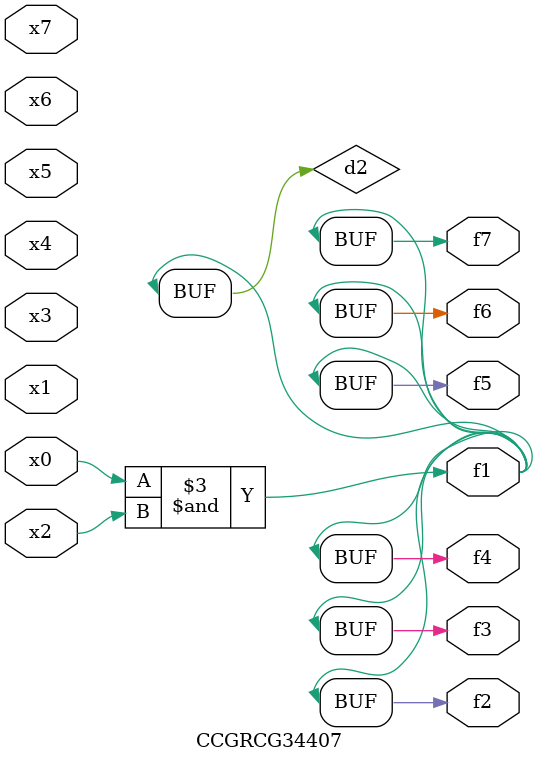
<source format=v>
module CCGRCG34407(
	input x0, x1, x2, x3, x4, x5, x6, x7,
	output f1, f2, f3, f4, f5, f6, f7
);

	wire d1, d2;

	nor (d1, x3, x6);
	and (d2, x0, x2);
	assign f1 = d2;
	assign f2 = d2;
	assign f3 = d2;
	assign f4 = d2;
	assign f5 = d2;
	assign f6 = d2;
	assign f7 = d2;
endmodule

</source>
